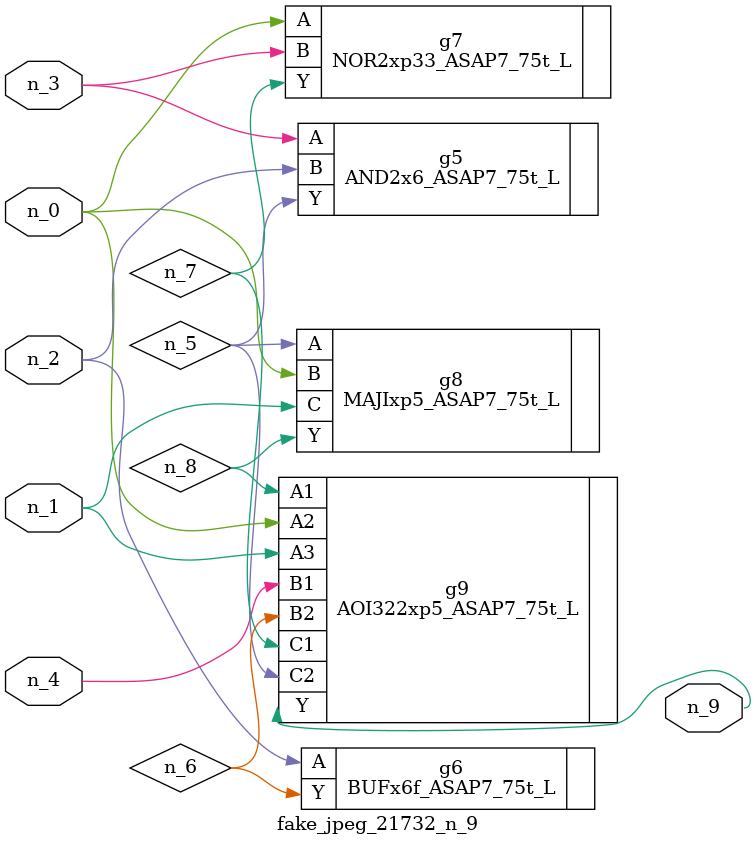
<source format=v>
module fake_jpeg_21732_n_9 (n_3, n_2, n_1, n_0, n_4, n_9);

input n_3;
input n_2;
input n_1;
input n_0;
input n_4;

output n_9;

wire n_8;
wire n_6;
wire n_5;
wire n_7;

AND2x6_ASAP7_75t_L g5 ( 
.A(n_3),
.B(n_2),
.Y(n_5)
);

BUFx6f_ASAP7_75t_L g6 ( 
.A(n_2),
.Y(n_6)
);

NOR2xp33_ASAP7_75t_L g7 ( 
.A(n_0),
.B(n_3),
.Y(n_7)
);

MAJIxp5_ASAP7_75t_L g8 ( 
.A(n_5),
.B(n_0),
.C(n_1),
.Y(n_8)
);

AOI322xp5_ASAP7_75t_L g9 ( 
.A1(n_8),
.A2(n_0),
.A3(n_1),
.B1(n_4),
.B2(n_6),
.C1(n_7),
.C2(n_5),
.Y(n_9)
);


endmodule
</source>
